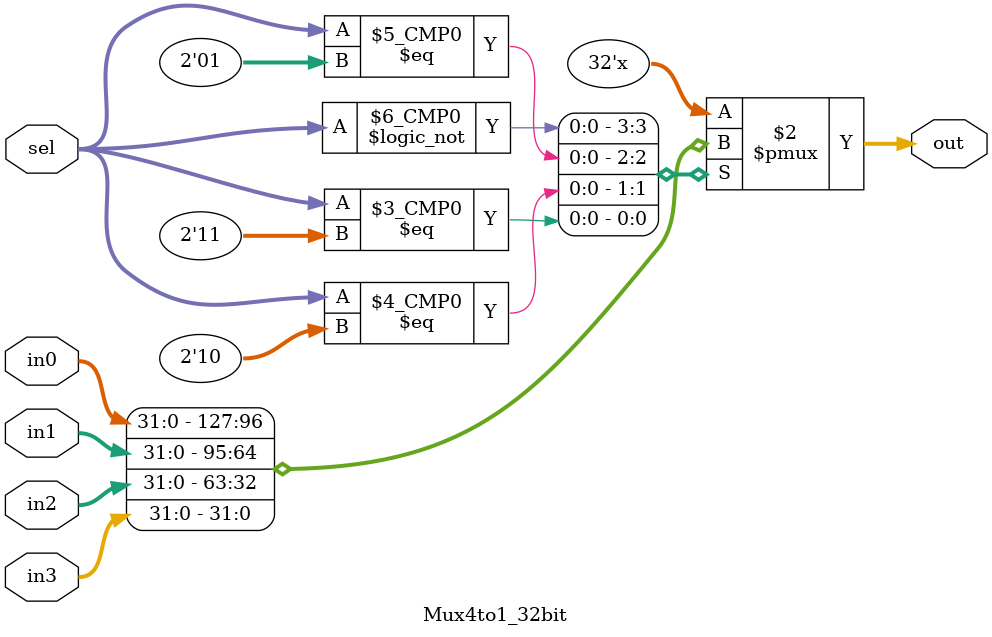
<source format=v>
`timescale 1ns / 1ps


module Mux4to1_32bit(
input wire [1:0] sel,
input wire [31:0] in0,in1,in2,in3,
output reg [31:0] out
    );
always@* begin
case(sel)
2'b00: out <= in0;
2'b01: out <= in1;
2'b10: out <= in2;
2'b11: out <= in3;
endcase
end
endmodule

</source>
